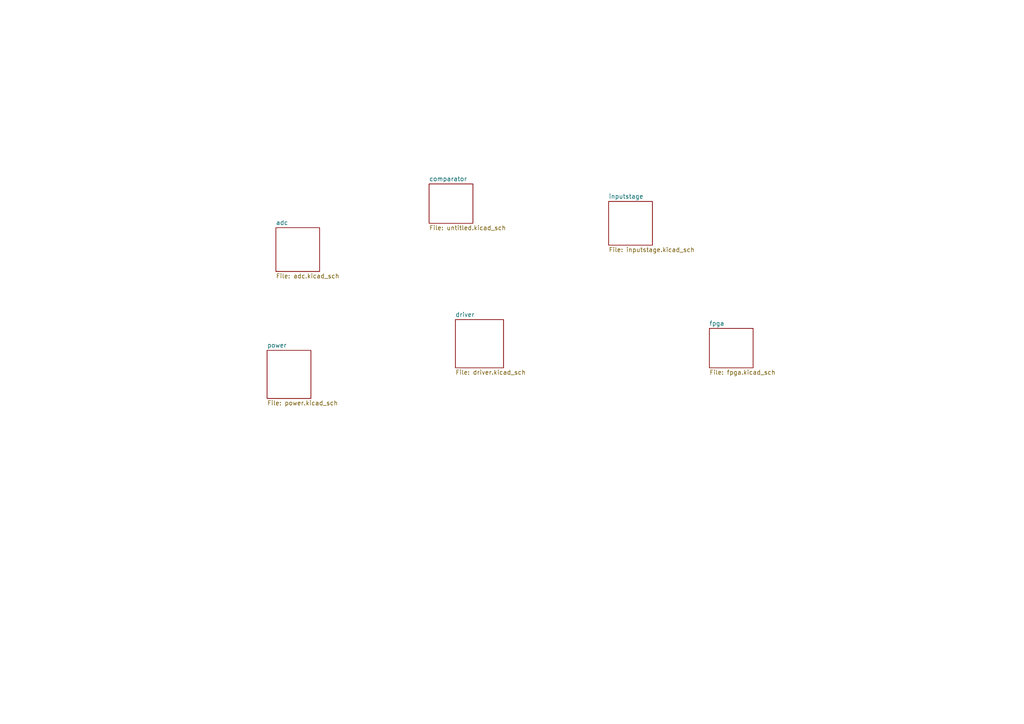
<source format=kicad_sch>
(kicad_sch (version 20211123) (generator eeschema)
  (paper "A4")
  (lib_symbols)
  (sheet (at 77.47 101.6) (size 12.7 13.97) (stroke (width 0.1524))
    (property "Sheet name" "power" (at 77.47 100.8884 0) (effects (justify left bottom)))
    (property "Sheet file" "power.kicad_sch" (at 77.47 116.1546 0) (effects (justify left top)))
  )
  (sheet (at 205.74 95.25) (size 12.7 11.43) (stroke (width 0.1524))
    (property "Sheet name" "fpga" (at 205.74 94.5384 0) (effects (justify left bottom)))
    (property "Sheet file" "fpga.kicad_sch" (at 205.74 107.2646 0) (effects (justify left top)))
  )
  (sheet (at 132.08 92.71) (size 13.97 13.97) (stroke (width 0.1524))
    (property "Sheet name" "driver" (at 132.08 91.9984 0) (effects (justify left bottom)))
    (property "Sheet file" "driver.kicad_sch" (at 132.08 107.2646 0) (effects (justify left top)))
  )
  (sheet (at 80.01 66.04) (size 12.7 12.7) (stroke (width 0.1524))
    (property "Sheet name" "adc" (at 80.01 65.3284 0) (effects (justify left bottom)))
    (property "Sheet file" "adc.kicad_sch" (at 80.01 79.3246 0) (effects (justify left top)))
  )
  (sheet (at 124.46 53.34) (size 12.7 11.43) (stroke (width 0.1524))
    (property "Sheet name" "comparator" (at 124.46 52.6284 0) (effects (justify left bottom)))
    (property "Sheet file" "untitled.kicad_sch" (at 124.46 65.3546 0) (effects (justify left top)))
  )
  (sheet (at 176.53 58.42) (size 12.7 12.7) (stroke (width 0.1524))
    (property "Sheet name" "inputstage" (at 176.53 57.7084 0) (effects (justify left bottom)))
    (property "Sheet file" "inputstage.kicad_sch" (at 176.53 71.7046 0) (effects (justify left top)))
  )
)
</source>
